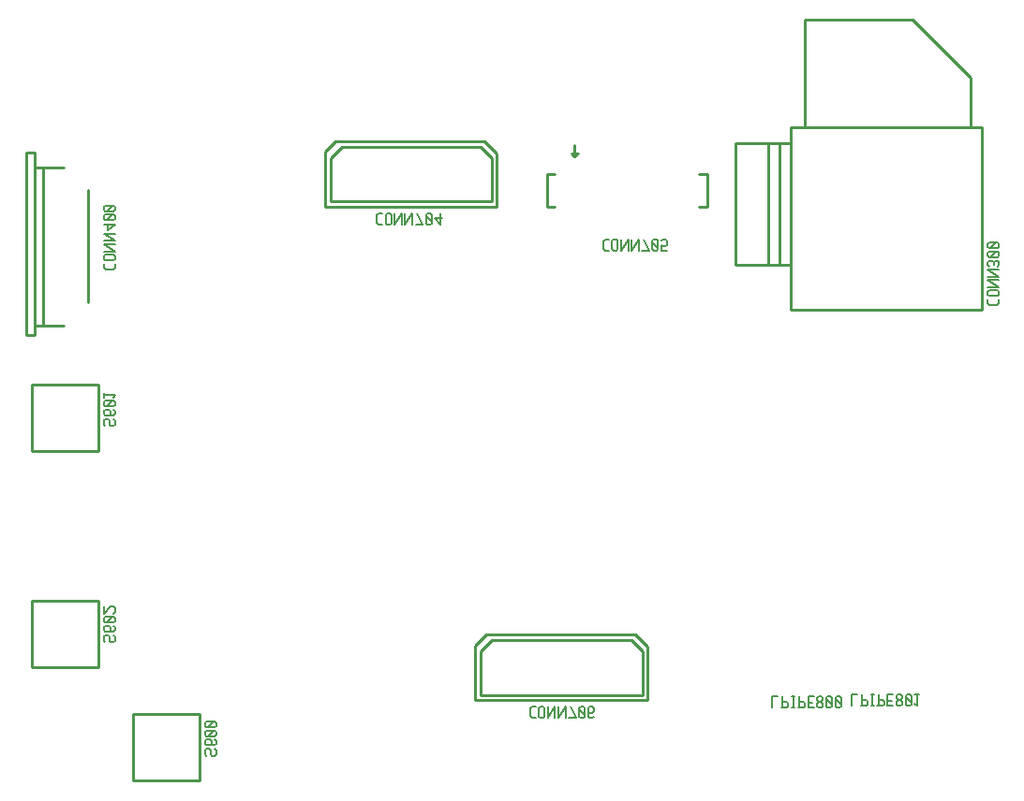
<source format=gbr>
G04 start of page 11 for group -4078 idx -4078 *
G04 Title: (unknown), bottomsilk *
G04 Creator: pcb 20110918 *
G04 CreationDate: Thu Dec  5 20:42:17 2013 UTC *
G04 For: fosse *
G04 Format: Gerber/RS-274X *
G04 PCB-Dimensions: 550000 550000 *
G04 PCB-Coordinate-Origin: lower left *
%MOIN*%
%FSLAX25Y25*%
%LNBOTTOMSILK*%
%ADD156C,0.0060*%
%ADD155C,0.0100*%
G54D155*X265150Y82896D02*X207670D01*
X207669Y98409D01*
X261212Y102346D02*X211606D01*
X265149Y98409D02*X265150Y82896D01*
X265149Y98409D02*X261212Y102346D01*
X207669Y98409D02*X211606Y102346D01*
X266842Y100142D02*X262512Y104472D01*
X209520D01*
X205583Y100535D01*
Y81007D02*Y100535D01*
X266842Y81007D02*X205583D01*
X266842D02*X266843Y100142D01*
X211741Y258658D02*X154261D01*
X154260Y274171D01*
X158197Y278108D02*X207803D01*
X211740Y274171D02*X211741Y258658D01*
X211740Y274171D02*X207803Y278108D01*
X154260Y274171D02*X158197Y278108D01*
X213433Y275904D02*X209103Y280234D01*
X156111D01*
X152174Y276297D01*
Y256769D01*
X213433D01*
X213434Y275904D01*
X231167Y256941D02*Y268556D01*
X288254D02*Y256941D01*
X285301Y268556D02*X288254D01*
X231167D02*X234120D01*
X231167Y256941D02*X234120D01*
X285301D02*X288254D01*
X241009Y274658D02*Y278792D01*
Y274658D02*X242191Y275839D01*
X241009Y274658D02*X239828Y275839D01*
X242191D02*X239828D01*
X317909Y220240D02*X386019D01*
X317909Y285201D02*X317910Y220240D01*
X313973Y279492D02*Y236185D01*
X310036Y279492D02*Y236185D01*
X298225D02*X317910D01*
X298225Y279492D02*Y236185D01*
Y279492D02*X317910D01*
X386019Y285201D02*Y220240D01*
X317909Y285201D02*X386019D01*
X322830Y323390D02*Y285201D01*
Y323390D02*X361314D01*
X381886Y302818D02*Y285201D01*
X361314Y323390D02*X381886Y302818D01*
X71721Y193551D02*Y169929D01*
X48099Y193551D02*X71721D01*
X48099D02*Y169929D01*
X71721D01*
X107721Y76051D02*Y52429D01*
X84099Y76051D02*X107721D01*
X84099D02*Y52429D01*
X107721D01*
X45816Y276205D02*X48965D01*
X45816Y211048D02*X48965D01*
Y276205D01*
X45816Y211048D02*Y276205D01*
X48965Y214591D02*X59280D01*
X67942Y222780D02*Y262701D01*
X48965Y270890D02*X59280D01*
X51918Y214591D02*Y270890D01*
X71721Y116551D02*Y92929D01*
X48099Y116551D02*X71721D01*
X48099D02*Y92929D01*
X71721D01*
G54D156*X225910Y78740D02*X227210D01*
X225210Y78040D02*X225910Y78740D01*
X225210Y75440D02*Y78040D01*
Y75440D02*X225910Y74740D01*
X227210D01*
X228410Y75240D02*Y78240D01*
Y75240D02*X228910Y74740D01*
X229910D01*
X230410Y75240D01*
Y78240D01*
X229910Y78740D02*X230410Y78240D01*
X228910Y78740D02*X229910D01*
X228410Y78240D02*X228910Y78740D01*
X231610Y74740D02*Y78740D01*
Y74740D02*X234110Y78740D01*
Y74740D02*Y78740D01*
X235310Y74740D02*Y78740D01*
Y74740D02*X237810Y78740D01*
Y74740D02*Y78740D01*
X239510D02*X241510Y74740D01*
X239010D02*X241510D01*
X242710Y78240D02*X243210Y78740D01*
X242710Y75240D02*Y78240D01*
Y75240D02*X243210Y74740D01*
X244210D01*
X244710Y75240D01*
Y78240D01*
X244210Y78740D02*X244710Y78240D01*
X243210Y78740D02*X244210D01*
X242710Y77740D02*X244710Y75740D01*
X247410Y74740D02*X247910Y75240D01*
X246410Y74740D02*X247410D01*
X245910Y75240D02*X246410Y74740D01*
X245910Y75240D02*Y78240D01*
X246410Y78740D01*
X247410Y76540D02*X247910Y77040D01*
X245910Y76540D02*X247410D01*
X246410Y78740D02*X247410D01*
X247910Y78240D01*
Y77040D02*Y78240D01*
X77611Y103787D02*X77111Y104287D01*
X77611Y102287D02*Y103787D01*
X77111Y101787D02*X77611Y102287D01*
X76111Y101787D02*X77111D01*
X76111D02*X75611Y102287D01*
Y103787D01*
X75111Y104287D01*
X74111D02*X75111D01*
X73611Y103787D02*X74111Y104287D01*
X73611Y102287D02*Y103787D01*
X74111Y101787D02*X73611Y102287D01*
X77611Y106987D02*X77111Y107487D01*
X77611Y105987D02*Y106987D01*
X77111Y105487D02*X77611Y105987D01*
X74111Y105487D02*X77111D01*
X74111D02*X73611Y105987D01*
X75811Y106987D02*X75311Y107487D01*
X75811Y105487D02*Y106987D01*
X73611Y105987D02*Y106987D01*
X74111Y107487D01*
X75311D01*
X74111Y108687D02*X73611Y109187D01*
X74111Y108687D02*X77111D01*
X77611Y109187D01*
Y110187D01*
X77111Y110687D01*
X74111D02*X77111D01*
X73611Y110187D02*X74111Y110687D01*
X73611Y109187D02*Y110187D01*
X74611Y108687D02*X76611Y110687D01*
X77111Y111887D02*X77611Y112387D01*
Y113887D01*
X77111Y114387D01*
X76111D02*X77111D01*
X73611Y111887D02*X76111Y114387D01*
X73611Y111887D02*Y114387D01*
X113611Y63287D02*X113111Y63787D01*
X113611Y61787D02*Y63287D01*
X113111Y61287D02*X113611Y61787D01*
X112111Y61287D02*X113111D01*
X112111D02*X111611Y61787D01*
Y63287D01*
X111111Y63787D01*
X110111D02*X111111D01*
X109611Y63287D02*X110111Y63787D01*
X109611Y61787D02*Y63287D01*
X110111Y61287D02*X109611Y61787D01*
X113611Y66487D02*X113111Y66987D01*
X113611Y65487D02*Y66487D01*
X113111Y64987D02*X113611Y65487D01*
X110111Y64987D02*X113111D01*
X110111D02*X109611Y65487D01*
X111811Y66487D02*X111311Y66987D01*
X111811Y64987D02*Y66487D01*
X109611Y65487D02*Y66487D01*
X110111Y66987D01*
X111311D01*
X110111Y68187D02*X109611Y68687D01*
X110111Y68187D02*X113111D01*
X113611Y68687D01*
Y69687D01*
X113111Y70187D01*
X110111D02*X113111D01*
X109611Y69687D02*X110111Y70187D01*
X109611Y68687D02*Y69687D01*
X110611Y68187D02*X112611Y70187D01*
X110111Y71387D02*X109611Y71887D01*
X110111Y71387D02*X113111D01*
X113611Y71887D01*
Y72887D01*
X113111Y73387D01*
X110111D02*X113111D01*
X109611Y72887D02*X110111Y73387D01*
X109611Y71887D02*Y72887D01*
X110611Y71387D02*X112611Y73387D01*
X339610Y79090D02*Y83090D01*
X341610D01*
X343310Y79090D02*Y83090D01*
X342810Y79090D02*X344810D01*
X345310Y79590D01*
Y80590D01*
X344810Y81090D02*X345310Y80590D01*
X343310Y81090D02*X344810D01*
X346510Y79090D02*X347510D01*
X347010D02*Y83090D01*
X346510D02*X347510D01*
X349210Y79090D02*Y83090D01*
X348710Y79090D02*X350710D01*
X351210Y79590D01*
Y80590D01*
X350710Y81090D02*X351210Y80590D01*
X349210Y81090D02*X350710D01*
X352410Y80890D02*X353910D01*
X352410Y83090D02*X354410D01*
X352410Y79090D02*Y83090D01*
Y79090D02*X354410D01*
X355610Y82590D02*X356110Y83090D01*
X355610Y81790D02*Y82590D01*
Y81790D02*X356310Y81090D01*
X356910D01*
X357610Y81790D01*
Y82590D01*
X357110Y83090D02*X357610Y82590D01*
X356110Y83090D02*X357110D01*
X355610Y80390D02*X356310Y81090D01*
X355610Y79590D02*Y80390D01*
Y79590D02*X356110Y79090D01*
X357110D01*
X357610Y79590D01*
Y80390D01*
X356910Y81090D02*X357610Y80390D01*
X358810Y82590D02*X359310Y83090D01*
X358810Y79590D02*Y82590D01*
Y79590D02*X359310Y79090D01*
X360310D01*
X360810Y79590D01*
Y82590D01*
X360310Y83090D02*X360810Y82590D01*
X359310Y83090D02*X360310D01*
X358810Y82090D02*X360810Y80090D01*
X362010Y79890D02*X362810Y79090D01*
Y83090D01*
X362010D02*X363510D01*
X311410Y78390D02*Y82390D01*
X313410D01*
X315110Y78390D02*Y82390D01*
X314610Y78390D02*X316610D01*
X317110Y78890D01*
Y79890D01*
X316610Y80390D02*X317110Y79890D01*
X315110Y80390D02*X316610D01*
X318310Y78390D02*X319310D01*
X318810D02*Y82390D01*
X318310D02*X319310D01*
X321010Y78390D02*Y82390D01*
X320510Y78390D02*X322510D01*
X323010Y78890D01*
Y79890D01*
X322510Y80390D02*X323010Y79890D01*
X321010Y80390D02*X322510D01*
X324210Y80190D02*X325710D01*
X324210Y82390D02*X326210D01*
X324210Y78390D02*Y82390D01*
Y78390D02*X326210D01*
X327410Y81890D02*X327910Y82390D01*
X327410Y81090D02*Y81890D01*
Y81090D02*X328110Y80390D01*
X328710D01*
X329410Y81090D01*
Y81890D01*
X328910Y82390D02*X329410Y81890D01*
X327910Y82390D02*X328910D01*
X327410Y79690D02*X328110Y80390D01*
X327410Y78890D02*Y79690D01*
Y78890D02*X327910Y78390D01*
X328910D01*
X329410Y78890D01*
Y79690D01*
X328710Y80390D02*X329410Y79690D01*
X330610Y81890D02*X331110Y82390D01*
X330610Y78890D02*Y81890D01*
Y78890D02*X331110Y78390D01*
X332110D01*
X332610Y78890D01*
Y81890D01*
X332110Y82390D02*X332610Y81890D01*
X331110Y82390D02*X332110D01*
X330610Y81390D02*X332610Y79390D01*
X333810Y81890D02*X334310Y82390D01*
X333810Y78890D02*Y81890D01*
Y78890D02*X334310Y78390D01*
X335310D01*
X335810Y78890D01*
Y81890D01*
X335310Y82390D02*X335810Y81890D01*
X334310Y82390D02*X335310D01*
X333810Y81390D02*X335810Y79390D01*
X171397Y254346D02*X172697D01*
X170697Y253646D02*X171397Y254346D01*
X170697Y251046D02*Y253646D01*
Y251046D02*X171397Y250346D01*
X172697D01*
X173897Y250846D02*Y253846D01*
Y250846D02*X174397Y250346D01*
X175397D01*
X175897Y250846D01*
Y253846D01*
X175397Y254346D02*X175897Y253846D01*
X174397Y254346D02*X175397D01*
X173897Y253846D02*X174397Y254346D01*
X177097Y250346D02*Y254346D01*
Y250346D02*X179597Y254346D01*
Y250346D02*Y254346D01*
X180797Y250346D02*Y254346D01*
Y250346D02*X183297Y254346D01*
Y250346D02*Y254346D01*
X184997D02*X186997Y250346D01*
X184497D02*X186997D01*
X188197Y253846D02*X188697Y254346D01*
X188197Y250846D02*Y253846D01*
Y250846D02*X188697Y250346D01*
X189697D01*
X190197Y250846D01*
Y253846D01*
X189697Y254346D02*X190197Y253846D01*
X188697Y254346D02*X189697D01*
X188197Y253346D02*X190197Y251346D01*
X191397Y252846D02*X193397Y250346D01*
X191397Y252846D02*X193897D01*
X193397Y250346D02*Y254346D01*
X251946Y245209D02*X253246D01*
X251246Y244509D02*X251946Y245209D01*
X251246Y241909D02*Y244509D01*
Y241909D02*X251946Y241209D01*
X253246D01*
X254446Y241709D02*Y244709D01*
Y241709D02*X254946Y241209D01*
X255946D01*
X256446Y241709D01*
Y244709D01*
X255946Y245209D02*X256446Y244709D01*
X254946Y245209D02*X255946D01*
X254446Y244709D02*X254946Y245209D01*
X257646Y241209D02*Y245209D01*
Y241209D02*X260146Y245209D01*
Y241209D02*Y245209D01*
X261346Y241209D02*Y245209D01*
Y241209D02*X263846Y245209D01*
Y241209D02*Y245209D01*
X265546D02*X267546Y241209D01*
X265046D02*X267546D01*
X268746Y244709D02*X269246Y245209D01*
X268746Y241709D02*Y244709D01*
Y241709D02*X269246Y241209D01*
X270246D01*
X270746Y241709D01*
Y244709D01*
X270246Y245209D02*X270746Y244709D01*
X269246Y245209D02*X270246D01*
X268746Y244209D02*X270746Y242209D01*
X271946Y241209D02*X273946D01*
X271946D02*Y243209D01*
X272446Y242709D01*
X273446D01*
X273946Y243209D01*
Y244709D01*
X273446Y245209D02*X273946Y244709D01*
X272446Y245209D02*X273446D01*
X271946Y244709D02*X272446Y245209D01*
X77611Y180787D02*X77111Y181287D01*
X77611Y179287D02*Y180787D01*
X77111Y178787D02*X77611Y179287D01*
X76111Y178787D02*X77111D01*
X76111D02*X75611Y179287D01*
Y180787D01*
X75111Y181287D01*
X74111D02*X75111D01*
X73611Y180787D02*X74111Y181287D01*
X73611Y179287D02*Y180787D01*
X74111Y178787D02*X73611Y179287D01*
X77611Y183987D02*X77111Y184487D01*
X77611Y182987D02*Y183987D01*
X77111Y182487D02*X77611Y182987D01*
X74111Y182487D02*X77111D01*
X74111D02*X73611Y182987D01*
X75811Y183987D02*X75311Y184487D01*
X75811Y182487D02*Y183987D01*
X73611Y182987D02*Y183987D01*
X74111Y184487D01*
X75311D01*
X74111Y185687D02*X73611Y186187D01*
X74111Y185687D02*X77111D01*
X77611Y186187D01*
Y187187D01*
X77111Y187687D01*
X74111D02*X77111D01*
X73611Y187187D02*X74111Y187687D01*
X73611Y186187D02*Y187187D01*
X74611Y185687D02*X76611Y187687D01*
X76811Y188887D02*X77611Y189687D01*
X73611D02*X77611D01*
X73611Y188887D02*Y190387D01*
Y235251D02*Y236551D01*
X74311Y234551D02*X73611Y235251D01*
X74311Y234551D02*X76911D01*
X77611Y235251D01*
Y236551D01*
X74111Y237751D02*X77111D01*
X77611Y238251D01*
Y239251D01*
X77111Y239751D01*
X74111D02*X77111D01*
X73611Y239251D02*X74111Y239751D01*
X73611Y238251D02*Y239251D01*
X74111Y237751D02*X73611Y238251D01*
Y240951D02*X77611D01*
X73611Y243451D01*
X77611D01*
X73611Y244651D02*X77611D01*
X73611Y247151D01*
X77611D01*
X75111Y248351D02*X77611Y250351D01*
X75111Y248351D02*Y250851D01*
X73611Y250351D02*X77611D01*
X74111Y252051D02*X73611Y252551D01*
X74111Y252051D02*X77111D01*
X77611Y252551D01*
Y253551D01*
X77111Y254051D01*
X74111D02*X77111D01*
X73611Y253551D02*X74111Y254051D01*
X73611Y252551D02*Y253551D01*
X74611Y252051D02*X76611Y254051D01*
X74111Y255251D02*X73611Y255751D01*
X74111Y255251D02*X77111D01*
X77611Y255751D01*
Y256751D01*
X77111Y257251D01*
X74111D02*X77111D01*
X73611Y256751D02*X74111Y257251D01*
X73611Y255751D02*Y256751D01*
X74611Y255251D02*X76611Y257251D01*
X387973Y222512D02*Y223812D01*
X388673Y221812D02*X387973Y222512D01*
X388673Y221812D02*X391273D01*
X391973Y222512D01*
Y223812D01*
X388473Y225012D02*X391473D01*
X391973Y225512D01*
Y226512D01*
X391473Y227012D01*
X388473D02*X391473D01*
X387973Y226512D02*X388473Y227012D01*
X387973Y225512D02*Y226512D01*
X388473Y225012D02*X387973Y225512D01*
Y228212D02*X391973D01*
X387973Y230712D01*
X391973D01*
X387973Y231912D02*X391973D01*
X387973Y234412D01*
X391973D01*
X391473Y235612D02*X391973Y236112D01*
Y237112D01*
X391473Y237612D01*
X387973Y237112D02*X388473Y237612D01*
X387973Y236112D02*Y237112D01*
X388473Y235612D02*X387973Y236112D01*
X390173D02*Y237112D01*
X390673Y237612D02*X391473D01*
X388473D02*X389673D01*
X390173Y237112D01*
X390673Y237612D02*X390173Y237112D01*
X388473Y238812D02*X387973Y239312D01*
X388473Y238812D02*X391473D01*
X391973Y239312D01*
Y240312D01*
X391473Y240812D01*
X388473D02*X391473D01*
X387973Y240312D02*X388473Y240812D01*
X387973Y239312D02*Y240312D01*
X388973Y238812D02*X390973Y240812D01*
X388473Y242012D02*X387973Y242512D01*
X388473Y242012D02*X391473D01*
X391973Y242512D01*
Y243512D01*
X391473Y244012D01*
X388473D02*X391473D01*
X387973Y243512D02*X388473Y244012D01*
X387973Y242512D02*Y243512D01*
X388973Y242012D02*X390973Y244012D01*
M02*

</source>
